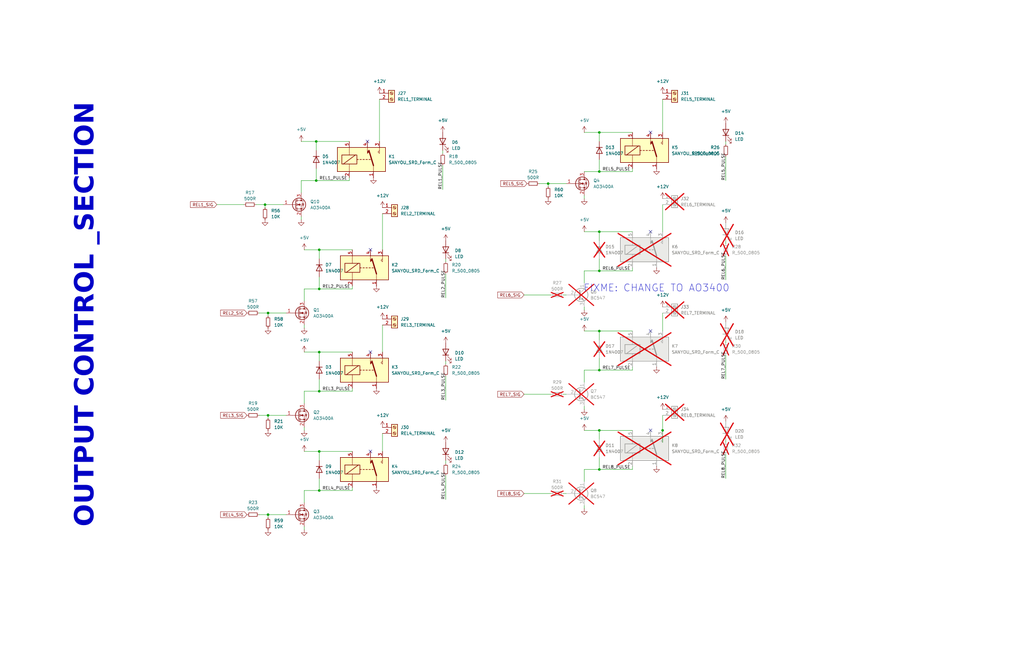
<source format=kicad_sch>
(kicad_sch (version 20250114) (generator "eeschema") (generator_version "9.0")
  (paper "B")
  (lib_symbols
    (symbol "Connector:Screw_Terminal_01x02" (pin_names (offset 1.016) (hide yes))
      (property "Reference" "J" (at 0 2.54 0))
      (property "Value" "Screw_Terminal_01x02" (at 0 -5.08 0))
      (symbol "Screw_Terminal_01x02_1_1"
        (rectangle (start -1.27 1.27) (end 1.27 -3.81) (stroke (width 0.254)) (fill (type background)))
        (polyline (pts (xy -0.5334 0.3302) (xy 0.3302 -0.508)) (stroke (width 0.1524)))
        (polyline (pts (xy -0.5334 -2.2098) (xy 0.3302 -3.048)) (stroke (width 0.1524)))
        (polyline (pts (xy -0.3556 0.508) (xy 0.508 -0.3302)) (stroke (width 0.1524)))
        (polyline (pts (xy -0.3556 -2.032) (xy 0.508 -2.8702)) (stroke (width 0.1524)))
        (circle (center 0 0) (radius 0.635) (stroke (width 0.1524)))
        (circle (center 0 -2.54) (radius 0.635) (stroke (width 0.1524)))
        (pin passive line (at -5.08 0 0) (length 3.81) (name "Pin_1") (number "1"))
        (pin passive line (at -5.08 -2.54 0) (length 3.81) (name "Pin_2") (number "2"))
      )
    )
    (symbol "Device:LED" (pin_numbers (hide yes)) (pin_names (offset 1.016) (hide yes))
      (property "Reference" "D" (at 0 2.54 0))
      (property "Value" "LED" (at 0 -2.54 0))
      (symbol "LED_0_1"
        (polyline (pts (xy -3.048 -0.762) (xy -4.572 -2.286) (xy -3.81 -2.286) (xy -4.572 -2.286) (xy -4.572 -1.524)))
        (polyline (pts (xy -1.778 -0.762) (xy -3.302 -2.286) (xy -2.54 -2.286) (xy -3.302 -2.286) (xy -3.302 -1.524)))
        (polyline (pts (xy -1.27 0) (xy 1.27 0)))
        (polyline (pts (xy -1.27 -1.27) (xy -1.27 1.27)) (stroke (width 0.254)))
        (polyline (pts (xy 1.27 -1.27) (xy 1.27 1.27) (xy -1.27 0) (xy 1.27 -1.27)) (stroke (width 0.254)))
      )
      (symbol "LED_1_1"
        (pin passive line (at -3.81 0 0) (length 2.54) (name "K") (number "1"))
        (pin passive line (at 3.81 0 180) (length 2.54) (name "A") (number "2"))
      )
    )
    (symbol "Device:R_Small" (pin_numbers (hide yes)) (pin_names (offset 0.254) (hide yes))
      (property "Reference" "R" (at 0.762 0.508 0))
      (property "Value" "R_Small" (at 0.762 -1.016 0))
      (symbol "R_Small_0_1"
        (rectangle (start -0.762 1.778) (end 0.762 -1.778) (stroke (width 0.2032)))
      )
      (symbol "R_Small_1_1"
        (pin passive line (at 0 2.54 270) (length 0.762) (name "~") (number "1"))
        (pin passive line (at 0 -2.54 90) (length 0.762) (name "~") (number "2"))
      )
    )
    (symbol "Diode:1N4007" (pin_numbers (hide yes)) (pin_names (hide yes))
      (property "Reference" "D" (at 0 2.54 0))
      (property "Value" "1N4007" (at 0 -2.54 0))
      (symbol "1N4007_0_1"
        (polyline (pts (xy -1.27 1.27) (xy -1.27 -1.27)) (stroke (width 0.254)))
        (polyline (pts (xy 1.27 1.27) (xy 1.27 -1.27) (xy -1.27 0) (xy 1.27 1.27)) (stroke (width 0.254)))
        (polyline (pts (xy 1.27 0) (xy -1.27 0)))
      )
      (symbol "1N4007_1_1"
        (pin passive line (at -3.81 0 0) (length 2.54) (name "K") (number "1"))
        (pin passive line (at 3.81 0 180) (length 2.54) (name "A") (number "2"))
      )
    )
    (symbol "Relay:SANYOU_SRD_Form_C"
      (property "Reference" "K" (at 11.43 3.81 0))
      (property "Value" "SANYOU_SRD_Form_C" (at 11.43 1.27 0))
      (symbol "SANYOU_SRD_Form_C_0_0"
        (polyline (pts (xy 7.62 5.08) (xy 7.62 2.54) (xy 6.985 3.175) (xy 7.62 3.81)))
      )
      (symbol "SANYOU_SRD_Form_C_0_1"
        (rectangle (start -10.16 5.08) (end 10.16 -5.08) (stroke (width 0.254)) (fill (type background)))
        (rectangle (start -8.255 1.905) (end -1.905 -1.905) (stroke (width 0.254)))
        (polyline (pts (xy -7.62 -1.905) (xy -2.54 1.905)) (stroke (width 0.254)))
        (polyline (pts (xy -5.08 5.08) (xy -5.08 1.905)))
        (polyline (pts (xy -5.08 -5.08) (xy -5.08 -1.905)))
        (polyline (pts (xy -1.905 0) (xy -1.27 0)) (stroke (width 0.254)))
        (polyline (pts (xy -0.635 0) (xy 0 0)) (stroke (width 0.254)))
        (polyline (pts (xy 0.635 0) (xy 1.27 0)) (stroke (width 0.254)))
        (polyline (pts (xy 1.905 0) (xy 2.54 0)) (stroke (width 0.254)))
        (polyline (pts (xy 3.175 0) (xy 3.81 0)) (stroke (width 0.254)))
        (polyline (pts (xy 5.08 -2.54) (xy 3.175 3.81)) (stroke (width 0.508)))
        (polyline (pts (xy 5.08 -2.54) (xy 5.08 -5.08)))
      )
      (symbol "SANYOU_SRD_Form_C_1_1"
        (polyline (pts (xy 2.54 3.81) (xy 3.175 3.175) (xy 2.54 2.54) (xy 2.54 5.08)) (fill (type outline)))
        (pin passive line (at -5.08 7.62 270) (length 2.54) (name "~") (number "5"))
        (pin passive line (at -5.08 -7.62 90) (length 2.54) (name "~") (number "2"))
        (pin passive line (at 2.54 7.62 270) (length 2.54) (name "~") (number "4"))
        (pin passive line (at 5.08 -7.62 90) (length 2.54) (name "~") (number "1"))
        (pin passive line (at 7.62 7.62 270) (length 2.54) (name "~") (number "3"))
      )
    )
    (symbol "Transistor_BJT:BC547" (pin_names (offset 0) (hide yes))
      (property "Reference" "Q" (at 5.08 1.905 0))
      (property "Value" "BC547" (at 5.08 0 0))
      (symbol "BC547_0_1"
        (polyline (pts (xy 0 0) (xy 0.635 0)))
        (polyline (pts (xy 0.635 1.905) (xy 0.635 -1.905) (xy 0.635 -1.905)) (stroke (width 0.508)))
        (polyline (pts (xy 0.635 0.635) (xy 2.54 2.54)))
        (polyline (pts (xy 0.635 -0.635) (xy 2.54 -2.54) (xy 2.54 -2.54)))
        (circle (center 1.27 0) (radius 2.8194) (stroke (width 0.254)))
        (polyline (pts (xy 1.27 -1.778) (xy 1.778 -1.27) (xy 2.286 -2.286) (xy 1.27 -1.778) (xy 1.27 -1.778)) (fill (type outline)))
      )
      (symbol "BC547_1_1"
        (pin input line (at -5.08 0 0) (length 5.08) (name "B") (number "2"))
        (pin passive line (at 2.54 5.08 270) (length 2.54) (name "C") (number "1"))
        (pin passive line (at 2.54 -5.08 90) (length 2.54) (name "E") (number "3"))
      )
    )
    (symbol "Transistor_FET:AO3400A" (pin_names (hide yes))
      (property "Reference" "Q" (at 5.08 1.905 0))
      (property "Value" "AO3400A" (at 5.08 0 0))
      (symbol "AO3400A_0_1"
        (polyline (pts (xy 0.254 1.905) (xy 0.254 -1.905)) (stroke (width 0.254)))
        (polyline (pts (xy 0.254 0) (xy -2.54 0)))
        (polyline (pts (xy 0.762 2.286) (xy 0.762 1.27)) (stroke (width 0.254)))
        (polyline (pts (xy 0.762 0.508) (xy 0.762 -0.508)) (stroke (width 0.254)))
        (polyline (pts (xy 0.762 -1.27) (xy 0.762 -2.286)) (stroke (width 0.254)))
        (polyline (pts (xy 0.762 -1.778) (xy 3.302 -1.778) (xy 3.302 1.778) (xy 0.762 1.778)))
        (polyline (pts (xy 1.016 0) (xy 2.032 0.381) (xy 2.032 -0.381) (xy 1.016 0)) (fill (type outline)))
        (circle (center 1.651 0) (radius 2.794) (stroke (width 0.254)))
        (polyline (pts (xy 2.54 2.54) (xy 2.54 1.778)))
        (circle (center 2.54 1.778) (radius 0.254) (fill (type outline)))
        (circle (center 2.54 -1.778) (radius 0.254) (fill (type outline)))
        (polyline (pts (xy 2.54 -2.54) (xy 2.54 0) (xy 0.762 0)))
        (polyline (pts (xy 2.794 0.508) (xy 2.921 0.381) (xy 3.683 0.381) (xy 3.81 0.254)))
        (polyline (pts (xy 3.302 0.381) (xy 2.921 -0.254) (xy 3.683 -0.254) (xy 3.302 0.381)))
      )
      (symbol "AO3400A_1_1"
        (pin input line (at -5.08 0 0) (length 2.54) (name "G") (number "1"))
        (pin passive line (at 2.54 5.08 270) (length 2.54) (name "D") (number "3"))
        (pin passive line (at 2.54 -5.08 90) (length 2.54) (name "S") (number "2"))
      )
    )
    (symbol "power:+12V" (power) (pin_numbers (hide yes)) (pin_names (offset 0) (hide yes))
      (property "Value" "+12V" (at 0 3.556 0))
      (symbol "+12V_0_1"
        (polyline (pts (xy -0.762 1.27) (xy 0 2.54)))
        (polyline (pts (xy 0 2.54) (xy 0.762 1.27)))
        (polyline (pts (xy 0 0) (xy 0 2.54)))
      )
      (symbol "+12V_1_1"
        (pin power_in line (at 0 0 90) (length 0) (name "~") (number "1"))
      )
    )
    (symbol "power:+5V" (power) (pin_numbers (hide yes)) (pin_names (offset 0) (hide yes))
      (property "Value" "+5V" (at 0 3.556 0))
      (symbol "+5V_0_1"
        (polyline (pts (xy -0.762 1.27) (xy 0 2.54)))
        (polyline (pts (xy 0 2.54) (xy 0.762 1.27)))
        (polyline (pts (xy 0 0) (xy 0 2.54)))
      )
      (symbol "+5V_1_1"
        (pin power_in line (at 0 0 90) (length 0) (name "~") (number "1"))
      )
    )
    (symbol "power:GND" (power) (pin_numbers (hide yes)) (pin_names (offset 0) (hide yes))
      (property "Value" "GND" (at 0 -3.81 0))
      (symbol "GND_0_1"
        (polyline (pts (xy 0 0) (xy 0 -1.27) (xy 1.27 -1.27) (xy 0 -2.54) (xy -1.27 -1.27) (xy 0 -1.27)))
      )
      (symbol "GND_1_1"
        (pin power_in line (at 0 0 270) (length 0) (name "~") (number "1"))
      )
    )
  )
  (text "FIXME: CHANGE TO AO3400\n" (at 276.86 121.666 0) (effects (font (size 3 3))))
  (text "OUTPUT CONTROL _SECTION" (at 38.1 132.842 90) (effects (font (size 8 8) (thickness 1.6) (bold yes))))
  (junction (at 252.73 72.39))
  (junction (at 113.03 175.26))
  (junction (at 133.35 59.69))
  (junction (at 133.35 76.2))
  (junction (at 252.73 198.12))
  (junction (at 252.73 139.7))
  (junction (at 252.73 156.21))
  (junction (at 113.03 132.08))
  (junction (at 134.62 207.01))
  (junction (at 134.62 148.59))
  (junction (at 113.03 217.17))
  (junction (at 134.62 105.41))
  (junction (at 134.62 190.5))
  (junction (at 252.73 114.3))
  (junction (at 111.76 86.36))
  (junction (at 252.73 181.61))
  (junction (at 134.62 121.92))
  (junction (at 252.73 55.88))
  (junction (at 134.62 165.1))
  (junction (at 279.4 181.61))
  (junction (at 252.73 97.79))
  (junction (at 231.14 77.47))
  (no_connect (at 274.32 181.61))
  (no_connect (at 154.94 59.69))
  (no_connect (at 156.21 190.5))
  (no_connect (at 274.32 139.7))
  (no_connect (at 156.21 105.41))
  (no_connect (at 274.32 55.88))
  (no_connect (at 274.32 97.79))
  (no_connect (at 156.21 148.59))
  (wire (pts (xy 306.07 186.69) (xy 306.07 185.42)))
  (wire (pts (xy 134.62 105.41) (xy 134.62 109.22)))
  (wire (pts (xy 306.07 160.02) (xy 306.07 149.86)))
  (wire (pts (xy 133.35 76.2) (xy 147.32 76.2)))
  (wire (pts (xy 133.35 59.69) (xy 133.35 63.5)))
  (wire (pts (xy 133.35 71.12) (xy 133.35 76.2)))
  (wire (pts (xy 160.02 41.91) (xy 160.02 59.69)))
  (wire (pts (xy 279.4 132.08) (xy 279.4 139.7)))
  (wire (pts (xy 127 59.69) (xy 133.35 59.69)))
  (wire (pts (xy 246.38 198.12) (xy 246.38 203.2)))
  (wire (pts (xy 128.27 121.92) (xy 134.62 121.92)))
  (wire (pts (xy 113.03 218.44) (xy 113.03 217.17)))
  (wire (pts (xy 187.96 210.82) (xy 187.96 200.66)))
  (wire (pts (xy 113.03 132.08) (xy 120.65 132.08)))
  (wire (pts (xy 186.69 80.01) (xy 186.69 69.85)))
  (wire (pts (xy 237.49 208.28) (xy 238.76 208.28)))
  (wire (pts (xy 252.73 55.88) (xy 252.73 59.69)))
  (wire (pts (xy 252.73 139.7) (xy 252.73 143.51)))
  (wire (pts (xy 128.27 165.1) (xy 128.27 170.18)))
  (wire (pts (xy 128.27 148.59) (xy 134.62 148.59)))
  (wire (pts (xy 187.96 125.73) (xy 187.96 115.57)))
  (wire (pts (xy 161.29 137.16) (xy 161.29 148.59)))
  (wire (pts (xy 113.03 175.26) (xy 120.65 175.26)))
  (wire (pts (xy 113.03 176.53) (xy 113.03 175.26)))
  (wire (pts (xy 187.96 153.67) (xy 187.96 152.4)))
  (wire (pts (xy 246.38 156.21) (xy 246.38 161.29)))
  (wire (pts (xy 148.59 190.5) (xy 134.62 190.5)))
  (wire (pts (xy 111.76 87.63) (xy 111.76 86.36)))
  (wire (pts (xy 161.29 90.17) (xy 161.29 105.41)))
  (wire (pts (xy 161.29 182.88) (xy 161.29 190.5)))
  (wire (pts (xy 231.14 77.47) (xy 238.76 77.47)))
  (wire (pts (xy 128.27 105.41) (xy 134.62 105.41)))
  (wire (pts (xy 186.69 64.77) (xy 186.69 63.5)))
  (wire (pts (xy 128.27 223.52) (xy 128.27 222.25)))
  (wire (pts (xy 134.62 121.92) (xy 148.59 121.92)))
  (wire (pts (xy 134.62 207.01) (xy 148.59 207.01)))
  (wire (pts (xy 134.62 116.84) (xy 134.62 121.92)))
  (wire (pts (xy 128.27 138.43) (xy 128.27 137.16)))
  (wire (pts (xy 128.27 190.5) (xy 134.62 190.5)))
  (wire (pts (xy 246.38 214.63) (xy 246.38 213.36)))
  (wire (pts (xy 128.27 207.01) (xy 134.62 207.01)))
  (wire (pts (xy 134.62 165.1) (xy 148.59 165.1)))
  (wire (pts (xy 109.22 132.08) (xy 113.03 132.08)))
  (wire (pts (xy 306.07 60.96) (xy 306.07 59.69)))
  (wire (pts (xy 113.03 217.17) (xy 120.65 217.17)))
  (wire (pts (xy 246.38 139.7) (xy 252.73 139.7)))
  (wire (pts (xy 246.38 156.21) (xy 252.73 156.21)))
  (wire (pts (xy 306.07 76.2) (xy 306.07 66.04)))
  (wire (pts (xy 227.33 77.47) (xy 231.14 77.47)))
  (wire (pts (xy 306.07 144.78) (xy 306.07 143.51)))
  (wire (pts (xy 279.4 175.26) (xy 279.4 181.61)))
  (wire (pts (xy 128.27 121.92) (xy 128.27 127)))
  (wire (pts (xy 252.73 198.12) (xy 266.7 198.12)))
  (wire (pts (xy 252.73 72.39) (xy 266.7 72.39)))
  (wire (pts (xy 246.38 55.88) (xy 252.73 55.88)))
  (wire (pts (xy 107.95 86.36) (xy 111.76 86.36)))
  (wire (pts (xy 306.07 201.93) (xy 306.07 191.77)))
  (wire (pts (xy 306.07 118.11) (xy 306.07 107.95)))
  (wire (pts (xy 134.62 201.93) (xy 134.62 207.01)))
  (wire (pts (xy 266.7 72.39) (xy 266.7 71.12)))
  (wire (pts (xy 128.27 165.1) (xy 134.62 165.1)))
  (wire (pts (xy 266.7 97.79) (xy 252.73 97.79)))
  (wire (pts (xy 148.59 207.01) (xy 148.59 205.74)))
  (wire (pts (xy 91.44 86.36) (xy 102.87 86.36)))
  (wire (pts (xy 266.7 198.12) (xy 266.7 196.85)))
  (wire (pts (xy 252.73 193.04) (xy 252.73 198.12)))
  (wire (pts (xy 266.7 139.7) (xy 252.73 139.7)))
  (wire (pts (xy 148.59 165.1) (xy 148.59 163.83)))
  (wire (pts (xy 187.96 168.91) (xy 187.96 158.75)))
  (wire (pts (xy 220.98 166.37) (xy 232.41 166.37)))
  (wire (pts (xy 252.73 151.13) (xy 252.73 156.21)))
  (wire (pts (xy 246.38 114.3) (xy 252.73 114.3)))
  (wire (pts (xy 127 92.71) (xy 127 91.44)))
  (wire (pts (xy 134.62 190.5) (xy 134.62 194.31)))
  (wire (pts (xy 237.49 166.37) (xy 238.76 166.37)))
  (wire (pts (xy 128.27 207.01) (xy 128.27 212.09)))
  (wire (pts (xy 237.49 124.46) (xy 238.76 124.46)))
  (wire (pts (xy 187.96 110.49) (xy 187.96 109.22)))
  (wire (pts (xy 252.73 109.22) (xy 252.73 114.3)))
  (wire (pts (xy 111.76 86.36) (xy 119.38 86.36)))
  (wire (pts (xy 148.59 121.92) (xy 148.59 120.65)))
  (wire (pts (xy 279.4 41.91) (xy 279.4 55.88)))
  (wire (pts (xy 220.98 124.46) (xy 232.41 124.46)))
  (wire (pts (xy 246.38 83.82) (xy 246.38 82.55)))
  (wire (pts (xy 246.38 198.12) (xy 252.73 198.12)))
  (wire (pts (xy 306.07 102.87) (xy 306.07 101.6)))
  (wire (pts (xy 113.03 133.35) (xy 113.03 132.08)))
  (wire (pts (xy 127 76.2) (xy 127 81.28)))
  (wire (pts (xy 134.62 160.02) (xy 134.62 165.1)))
  (wire (pts (xy 147.32 76.2) (xy 147.32 74.93)))
  (wire (pts (xy 109.22 217.17) (xy 113.03 217.17)))
  (wire (pts (xy 148.59 105.41) (xy 134.62 105.41)))
  (wire (pts (xy 266.7 114.3) (xy 266.7 113.03)))
  (wire (pts (xy 279.4 86.36) (xy 279.4 97.79)))
  (wire (pts (xy 252.73 114.3) (xy 266.7 114.3)))
  (wire (pts (xy 246.38 114.3) (xy 246.38 119.38)))
  (wire (pts (xy 246.38 72.39) (xy 252.73 72.39)))
  (wire (pts (xy 127 76.2) (xy 133.35 76.2)))
  (wire (pts (xy 266.7 156.21) (xy 266.7 154.94)))
  (wire (pts (xy 220.98 208.28) (xy 232.41 208.28)))
  (wire (pts (xy 187.96 195.58) (xy 187.96 194.31)))
  (wire (pts (xy 109.22 175.26) (xy 113.03 175.26)))
  (wire (pts (xy 134.62 148.59) (xy 134.62 152.4)))
  (wire (pts (xy 148.59 148.59) (xy 134.62 148.59)))
  (wire (pts (xy 252.73 67.31) (xy 252.73 72.39)))
  (wire (pts (xy 128.27 181.61) (xy 128.27 180.34)))
  (wire (pts (xy 231.14 78.74) (xy 231.14 77.47)))
  (wire (pts (xy 246.38 130.81) (xy 246.38 129.54)))
  (wire (pts (xy 266.7 181.61) (xy 252.73 181.61)))
  (wire (pts (xy 266.7 55.88) (xy 252.73 55.88)))
  (wire (pts (xy 147.32 59.69) (xy 133.35 59.69)))
  (wire (pts (xy 279.4 181.61) (xy 279.4 186.69)))
  (wire (pts (xy 252.73 97.79) (xy 252.73 101.6)))
  (wire (pts (xy 252.73 156.21) (xy 266.7 156.21)))
  (wire (pts (xy 246.38 97.79) (xy 252.73 97.79)))
  (wire (pts (xy 252.73 181.61) (xy 252.73 185.42)))
  (wire (pts (xy 246.38 172.72) (xy 246.38 171.45)))
  (wire (pts (xy 246.38 181.61) (xy 252.73 181.61)))
  (label "REL4_PULSE" (at 135.89 207.01 0))
  (label "REL3_PULSE" (at 187.96 168.91 90))
  (label "REL8_PULSE" (at 254 198.12 0))
  (label "REL7_PULSE" (at 254 156.21 0))
  (label "REL8_PULSE" (at 306.07 201.93 90))
  (label "REL3_PULSE" (at 135.89 165.1 0))
  (label "REL2_PULSE" (at 135.89 121.92 0))
  (label "REL2_PULSE" (at 187.96 125.73 90))
  (label "REL5_PULSE" (at 254 72.39 0))
  (label "REL1_PULSE" (at 186.69 80.01 90))
  (label "REL7_PULSE" (at 306.07 160.02 90))
  (label "REL6_PULSE" (at 254 114.3 0))
  (label "REL1_PULSE" (at 134.62 76.2 0))
  (label "REL5_PULSE" (at 306.07 76.2 90))
  (label "REL4_PULSE" (at 187.96 210.82 90))
  (label "REL6_PULSE" (at 306.07 118.11 90))
  (global_label "REL4_SIG" (shape input) (at 104.14 217.17 180) (property "Intersheetrefs" "${INTERSHEET_REFS}" (effects (hide yes))))
  (global_label "REL2_SIG" (shape input) (at 104.14 132.08 180) (property "Intersheetrefs" "${INTERSHEET_REFS}" (effects (hide yes))))
  (global_label "REL5_SIG" (shape input) (at 222.25 77.47 180) (property "Intersheetrefs" "${INTERSHEET_REFS}" (effects (hide yes))))
  (global_label "REL6_SIG" (shape input) (at 220.98 124.46 180) (property "Intersheetrefs" "${INTERSHEET_REFS}" (effects (hide yes))))
  (global_label "REL8_SIG" (shape input) (at 220.98 208.28 180) (property "Intersheetrefs" "${INTERSHEET_REFS}" (effects (hide yes))))
  (global_label "REL1_SIG" (shape input) (at 91.44 86.36 180) (property "Intersheetrefs" "${INTERSHEET_REFS}" (effects (hide yes))))
  (global_label "REL3_SIG" (shape input) (at 104.14 175.26 180) (property "Intersheetrefs" "${INTERSHEET_REFS}" (effects (hide yes))))
  (global_label "REL7_SIG" (shape input) (at 220.98 166.37 180) (property "Intersheetrefs" "${INTERSHEET_REFS}" (effects (hide yes))))
  (symbol (lib_id "Device:R_Small") (at 111.76 90.17 180) (unit 1)
    (property "Reference" "R56" (at 114.3 88.9 0) (effects (justify right)))
    (property "Value" "10K" (at 114.3 91.44 0) (effects (justify right)))
    (property "Footprint" "Resistor_SMD:R_0805_2012Metric" (effects (hide yes)))
    (property "Description" "Resistor, small symbol" (effects (hide yes)))
    (property "LCSC Part#" "C84376" (effects (hide yes)))
  )
  (symbol (lib_id "Connector:Screw_Terminal_01x02") (at 284.48 83.82 0) (unit 1) (in_bom no) (on_board no) (dnp yes)
    (property "Reference" "J32" (at 287.02 83.82 0) (effects (justify left)))
    (property "Value" "REL6_TERMINAL" (at 287.02 86.36 0) (effects (justify left)))
    (property "Footprint" "TerminalBlock:TerminalBlock_bornier-2_P5.08mm" (effects (hide yes)))
    (property "Description" "Generic screw terminal, single row, 01x02, script generated (kicad-library-utils/schlib/autogen/connector/)" (effects (hide yes)))
    (property "LCSC Part#" "C430601" (effects (hide yes)))
  )
  (symbol (lib_id "power:+5V") (at 246.38 139.7 0) (unit 1)
    (property "Reference" "#PWR070" (effects (hide yes)))
    (property "Value" "+5V" (at 246.38 134.62 0))
    (property "Description" "Power symbol creates a global label with name \"+5V\"" (effects (hide yes)))
  )
  (symbol (lib_id "Transistor_FET:AO3400A") (at 124.46 86.36 0) (unit 1)
    (property "Reference" "Q10" (at 130.81 85.09 0) (effects (justify left)))
    (property "Value" "AO3400A" (at 130.81 87.63 0) (effects (justify left)))
    (property "Footprint" "Package_TO_SOT_SMD:SOT-23" (effects (hide yes)))
    (property "Datasheet" "http://www.aosmd.com/pdfs/datasheet/AO3400A.pdf" (effects (hide yes)))
    (property "Description" "30V Vds, 5.7A Id, N-Channel MOSFET, SOT-23" (effects (hide yes)))
    (property "LCSC Part#" "C20917" (effects (hide yes)))
  )
  (symbol (lib_id "power:GND") (at 113.03 181.61 0) (unit 1)
    (property "Reference" "#PWR051" (effects (hide yes)))
    (property "Value" "GND" (effects (hide yes)))
    (property "Description" "Power symbol creates a global label with name \"GND\" , ground" (effects (hide yes)))
  )
  (symbol (lib_id "power:+5V") (at 306.07 52.07 0) (unit 1)
    (property "Reference" "#PWR065" (effects (hide yes)))
    (property "Value" "+5V" (at 306.07 46.99 0))
    (property "Description" "Power symbol creates a global label with name \"+5V\"" (effects (hide yes)))
  )
  (symbol (lib_id "power:+5V") (at 187.96 101.6 0) (unit 1)
    (property "Reference" "#PWR053" (effects (hide yes)))
    (property "Value" "+5V" (at 187.96 96.52 0))
    (property "Description" "Power symbol creates a global label with name \"+5V\"" (effects (hide yes)))
  )
  (symbol (lib_id "power:GND") (at 158.75 163.83 0) (unit 1)
    (property "Reference" "#PWR056" (effects (hide yes)))
    (property "Value" "GND" (effects (hide yes)))
    (property "Description" "Power symbol creates a global label with name \"GND\" , ground" (effects (hide yes)))
  )
  (symbol (lib_id "Device:R_Small") (at 105.41 86.36 90) (unit 1)
    (property "Reference" "R17" (at 105.41 81.28 90))
    (property "Value" "500R" (at 105.41 83.82 90))
    (property "Footprint" "Resistor_SMD:R_0805_2012Metric" (effects (hide yes)))
    (property "Description" "Resistor, small symbol" (effects (hide yes)))
    (property "LCSC Part#" "C2828857" (effects (hide yes)))
  )
  (symbol (lib_id "Device:R_Small") (at 113.03 220.98 180) (unit 1)
    (property "Reference" "R59" (at 115.57 219.71 0) (effects (justify right)))
    (property "Value" "10K" (at 115.57 222.25 0) (effects (justify right)))
    (property "Footprint" "Resistor_SMD:R_0805_2012Metric" (effects (hide yes)))
    (property "Description" "Resistor, small symbol" (effects (hide yes)))
    (property "LCSC Part#" "C84376" (effects (hide yes)))
  )
  (symbol (lib_id "Transistor_BJT:BC547") (at 243.84 166.37 0) (unit 1) (in_bom no) (on_board no) (dnp yes)
    (property "Reference" "Q7" (at 248.92 165.1 0) (effects (justify left)))
    (property "Value" "BC547" (at 248.92 167.64 0) (effects (justify left)))
    (property "Footprint" "Package_TO_SOT_THT:TO-92_Inline" (effects (hide yes)))
    (property "Datasheet" "https://www.onsemi.com/pub/Collateral/BC550-D.pdf" (effects (hide yes)))
    (property "Description" "0.1A Ic, 45V Vce, Small Signal NPN Transistor, TO-92" (effects (hide yes)))
  )
  (symbol (lib_id "power:+12V") (at 279.4 129.54 0) (unit 1)
    (property "Reference" "#PWR0181" (effects (hide yes)))
    (property "Value" "+12V" (at 279.4 124.46 0))
    (property "Description" "Power symbol creates a global label with name \"+12V\"" (effects (hide yes)))
  )
  (symbol (lib_id "Connector:Screw_Terminal_01x02") (at 284.48 129.54 0) (unit 1) (in_bom no) (on_board no) (dnp yes)
    (property "Reference" "J33" (at 287.02 129.54 0) (effects (justify left)))
    (property "Value" "REL7_TERMINAL" (at 287.02 132.08 0) (effects (justify left)))
    (property "Footprint" "TerminalBlock:TerminalBlock_bornier-2_P5.08mm" (effects (hide yes)))
    (property "Description" "Generic screw terminal, single row, 01x02, script generated (kicad-library-utils/schlib/autogen/connector/)" (effects (hide yes)))
    (property "LCSC Part#" "C430601" (effects (hide yes)))
  )
  (symbol (lib_id "power:+12V") (at 279.4 172.72 0) (unit 1)
    (property "Reference" "#PWR0182" (effects (hide yes)))
    (property "Value" "+12V" (at 279.4 167.64 0))
    (property "Description" "Power symbol creates a global label with name \"+12V\"" (effects (hide yes)))
  )
  (symbol (lib_id "Device:R_Small") (at 106.68 175.26 90) (unit 1)
    (property "Reference" "R19" (at 106.68 170.18 90))
    (property "Value" "500R" (at 106.68 172.72 90))
    (property "Footprint" "Resistor_SMD:R_0805_2012Metric" (effects (hide yes)))
    (property "Description" "Resistor, small symbol" (effects (hide yes)))
    (property "LCSC Part#" "C2828857" (effects (hide yes)))
  )
  (symbol (lib_id "Device:R_Small") (at 234.95 166.37 90) (unit 1) (in_bom no) (on_board no) (dnp yes)
    (property "Reference" "R29" (at 234.95 161.29 90))
    (property "Value" "500R" (at 234.95 163.83 90))
    (property "Footprint" "Resistor_SMD:R_0805_2012Metric" (effects (hide yes)))
    (property "Description" "Resistor, small symbol" (effects (hide yes)))
    (property "LCSC Part#" "C2828857" (effects (hide yes)))
  )
  (symbol (lib_id "Device:R_Small") (at 187.96 198.12 180) (unit 1)
    (property "Reference" "R24" (at 190.5 196.85 0) (effects (justify right)))
    (property "Value" "R_500_0805" (at 190.5 199.39 0) (effects (justify right)))
    (property "Footprint" "Resistor_SMD:R_0805_2012Metric" (effects (hide yes)))
    (property "Description" "Resistor, small symbol" (effects (hide yes)))
    (property "LCSC Part#" "C2828857" (effects (hide yes)))
  )
  (symbol (lib_id "Device:R_Small") (at 186.69 67.31 180) (unit 1)
    (property "Reference" "R18" (at 189.23 66.04 0) (effects (justify right)))
    (property "Value" "R_500_0805" (at 189.23 68.58 0) (effects (justify right)))
    (property "Footprint" "Resistor_SMD:R_0805_2012Metric" (effects (hide yes)))
    (property "Description" "Resistor, small symbol" (effects (hide yes)))
    (property "LCSC Part#" "C2828857" (effects (hide yes)))
  )
  (symbol (lib_id "power:GND") (at 246.38 214.63 0) (unit 1)
    (property "Reference" "#PWR075" (effects (hide yes)))
    (property "Value" "GND" (effects (hide yes)))
    (property "Description" "Power symbol creates a global label with name \"GND\" , ground" (effects (hide yes)))
  )
  (symbol (lib_id "Connector:Screw_Terminal_01x02") (at 166.37 87.63 0) (unit 1)
    (property "Reference" "J28" (at 168.91 87.63 0) (effects (justify left)))
    (property "Value" "REL2_TERMINAL" (at 168.91 90.17 0) (effects (justify left)))
    (property "Footprint" "TerminalBlock:TerminalBlock_bornier-2_P5.08mm" (effects (hide yes)))
    (property "Description" "Generic screw terminal, single row, 01x02, script generated (kicad-library-utils/schlib/autogen/connector/)" (effects (hide yes)))
    (property "LCSC Part#" "C430601" (effects (hide yes)))
  )
  (symbol (lib_id "Diode:1N4007") (at 134.62 113.03 270) (unit 1)
    (property "Reference" "D7" (at 137.16 111.76 90) (effects (justify left)))
    (property "Value" "1N4007" (at 137.16 114.3 90) (effects (justify left)))
    (property "Footprint" "Diode_SMD:D_2114_3652Metric" (effects (hide yes)))
    (property "Datasheet" "http://www.vishay.com/docs/88503/1n4001.pdf" (effects (hide yes)))
    (property "Description" "1000V 1A General Purpose Rectifier Diode, DO-41" (effects (hide yes)))
    (property "Sim.Device" "D" (effects (hide yes)))
    (property "Sim.Pins" "1=K 2=A" (effects (hide yes)))
    (property "LCSC Part#" "C727079" (effects (hide yes)))
  )
  (symbol (lib_id "Relay:SANYOU_SRD_Form_C") (at 153.67 113.03 0) (unit 1)
    (property "Reference" "K2" (at 165.1 111.76 0) (effects (justify left)))
    (property "Value" "SANYOU_SRD_Form_C" (at 165.1 114.3 0) (effects (justify left)))
    (property "Footprint" "Relay_THT:Relay_SPDT_SANYOU_SRD_Series_Form_C" (effects (hide yes)))
    (property "Datasheet" "http://www.sanyourelay.ca/public/products/pdf/SRD.pdf" (effects (hide yes)))
    (property "Description" "Sanyo SRD relay, Single Pole Miniature Power Relay," (effects (hide yes)))
  )
  (symbol (lib_id "Diode:1N4007") (at 134.62 198.12 270) (unit 1)
    (property "Reference" "D9" (at 137.16 196.85 90) (effects (justify left)))
    (property "Value" "1N4007" (at 137.16 199.39 90) (effects (justify left)))
    (property "Footprint" "Diode_SMD:D_2114_3652Metric" (effects (hide yes)))
    (property "Datasheet" "http://www.vishay.com/docs/88503/1n4001.pdf" (effects (hide yes)))
    (property "Description" "1000V 1A General Purpose Rectifier Diode, DO-41" (effects (hide yes)))
    (property "Sim.Device" "D" (effects (hide yes)))
    (property "Sim.Pins" "1=K 2=A" (effects (hide yes)))
    (property "LCSC Part#" "C727079" (effects (hide yes)))
  )
  (symbol (lib_id "power:GND") (at 246.38 130.81 0) (unit 1)
    (property "Reference" "#PWR067" (effects (hide yes)))
    (property "Value" "GND" (effects (hide yes)))
    (property "Description" "Power symbol creates a global label with name \"GND\" , ground" (effects (hide yes)))
  )
  (symbol (lib_id "Device:R_Small") (at 106.68 217.17 90) (unit 1)
    (property "Reference" "R23" (at 106.68 212.09 90))
    (property "Value" "500R" (at 106.68 214.63 90))
    (property "Footprint" "Resistor_SMD:R_0805_2012Metric" (effects (hide yes)))
    (property "Description" "Resistor, small symbol" (effects (hide yes)))
    (property "LCSC Part#" "C2828857" (effects (hide yes)))
  )
  (symbol (lib_id "power:GND") (at 276.86 71.12 0) (unit 1)
    (property "Reference" "#PWR0179" (effects (hide yes)))
    (property "Value" "GND" (effects (hide yes)))
    (property "Description" "Power symbol creates a global label with name \"GND\" , ground" (effects (hide yes)))
  )
  (symbol (lib_id "power:GND") (at 113.03 138.43 0) (unit 1)
    (property "Reference" "#PWR0185" (effects (hide yes)))
    (property "Value" "GND" (effects (hide yes)))
    (property "Description" "Power symbol creates a global label with name \"GND\" , ground" (effects (hide yes)))
  )
  (symbol (lib_id "Transistor_BJT:BC547") (at 243.84 208.28 0) (unit 1) (in_bom no) (on_board no) (dnp yes)
    (property "Reference" "Q8" (at 248.92 207.01 0) (effects (justify left)))
    (property "Value" "BC547" (at 248.92 209.55 0) (effects (justify left)))
    (property "Footprint" "Package_TO_SOT_THT:TO-92_Inline" (effects (hide yes)))
    (property "Datasheet" "https://www.onsemi.com/pub/Collateral/BC550-D.pdf" (effects (hide yes)))
    (property "Description" "0.1A Ic, 45V Vce, Small Signal NPN Transistor, TO-92" (effects (hide yes)))
  )
  (symbol (lib_id "power:GND") (at 128.27 138.43 0) (unit 1)
    (property "Reference" "#PWR0186" (effects (hide yes)))
    (property "Value" "GND" (effects (hide yes)))
    (property "Description" "Power symbol creates a global label with name \"GND\" , ground" (effects (hide yes)))
  )
  (symbol (lib_id "power:+12V") (at 161.29 87.63 0) (unit 1)
    (property "Reference" "#PWR052" (effects (hide yes)))
    (property "Value" "+12V" (at 161.29 82.55 0))
    (property "Description" "Power symbol creates a global label with name \"+12V\"" (effects (hide yes)))
  )
  (symbol (lib_id "power:GND") (at 113.03 223.52 0) (unit 1)
    (property "Reference" "#PWR055" (effects (hide yes)))
    (property "Value" "GND" (effects (hide yes)))
    (property "Description" "Power symbol creates a global label with name \"GND\" , ground" (effects (hide yes)))
  )
  (symbol (lib_id "Transistor_FET:AO3400A") (at 243.84 77.47 0) (unit 1)
    (property "Reference" "Q4" (at 250.19 76.2 0) (effects (justify left)))
    (property "Value" "AO3400A" (at 250.19 78.74 0) (effects (justify left)))
    (property "Footprint" "Package_TO_SOT_SMD:SOT-23" (effects (hide yes)))
    (property "Datasheet" "http://www.aosmd.com/pdfs/datasheet/AO3400A.pdf" (effects (hide yes)))
    (property "Description" "30V Vds, 5.7A Id, N-Channel MOSFET, SOT-23" (effects (hide yes)))
    (property "LCSC Part#" "C20917" (effects (hide yes)))
  )
  (symbol (lib_id "Connector:Screw_Terminal_01x02") (at 166.37 180.34 0) (unit 1)
    (property "Reference" "J30" (at 168.91 180.34 0) (effects (justify left)))
    (property "Value" "REL4_TERMINAL" (at 168.91 182.88 0) (effects (justify left)))
    (property "Footprint" "TerminalBlock:TerminalBlock_bornier-2_P5.08mm" (effects (hide yes)))
    (property "Description" "Generic screw terminal, single row, 01x02, script generated (kicad-library-utils/schlib/autogen/connector/)" (effects (hide yes)))
    (property "LCSC Part#" "C430601" (effects (hide yes)))
  )
  (symbol (lib_id "Device:R_Small") (at 306.07 105.41 180) (unit 1) (in_bom no) (on_board no) (dnp yes)
    (property "Reference" "R28" (at 308.61 104.14 0) (effects (justify right)))
    (property "Value" "R_500_0805" (at 308.61 106.68 0) (effects (justify right)))
    (property "Footprint" "Resistor_SMD:R_0805_2012Metric" (effects (hide yes)))
    (property "Description" "Resistor, small symbol" (effects (hide yes)))
    (property "LCSC Part#" "C2828857" (effects (hide yes)))
  )
  (symbol (lib_id "Device:R_Small") (at 234.95 124.46 90) (unit 1) (in_bom no) (on_board no) (dnp yes)
    (property "Reference" "R27" (at 234.95 119.38 90))
    (property "Value" "500R" (at 234.95 121.92 90))
    (property "Footprint" "Resistor_SMD:R_0805_2012Metric" (effects (hide yes)))
    (property "Description" "Resistor, small symbol" (effects (hide yes)))
    (property "LCSC Part#" "C2828857" (effects (hide yes)))
  )
  (symbol (lib_id "Device:R_Small") (at 113.03 179.07 180) (unit 1)
    (property "Reference" "R21" (at 115.57 177.8 0) (effects (justify right)))
    (property "Value" "10K" (at 115.57 180.34 0) (effects (justify right)))
    (property "Footprint" "Resistor_SMD:R_0805_2012Metric" (effects (hide yes)))
    (property "Description" "Resistor, small symbol" (effects (hide yes)))
    (property "LCSC Part#" "C84376" (effects (hide yes)))
  )
  (symbol (lib_id "Connector:Screw_Terminal_01x02") (at 165.1 39.37 0) (unit 1)
    (property "Reference" "J27" (at 167.64 39.37 0) (effects (justify left)))
    (property "Value" "REL1_TERMINAL" (at 167.64 41.91 0) (effects (justify left)))
    (property "Footprint" "TerminalBlock:TerminalBlock_bornier-2_P5.08mm" (effects (hide yes)))
    (property "Description" "Generic screw terminal, single row, 01x02, script generated (kicad-library-utils/schlib/autogen/connector/)" (effects (hide yes)))
    (property "LCSC Part#" "C430601" (effects (hide yes)))
  )
  (symbol (lib_id "Device:LED") (at 306.07 139.7 90) (unit 1) (in_bom no) (on_board no) (dnp yes)
    (property "Reference" "D18" (at 309.88 140.0175 90) (effects (justify right)))
    (property "Value" "LED" (at 309.88 142.5575 90) (effects (justify right)))
    (property "Footprint" "LED_SMD:LED_0603_1608Metric" (effects (hide yes)))
    (property "Description" "Light emitting diode" (effects (hide yes)))
    (property "LCSC Part#" "C19171301" (effects (hide yes)))
  )
  (symbol (lib_id "power:+5V") (at 127 59.69 0) (unit 1)
    (property "Reference" "#PWR047" (effects (hide yes)))
    (property "Value" "+5V" (at 127 54.61 0))
    (property "Description" "Power symbol creates a global label with name \"+5V\"" (effects (hide yes)))
  )
  (symbol (lib_id "power:+12V") (at 279.4 83.82 0) (unit 1)
    (property "Reference" "#PWR0180" (effects (hide yes)))
    (property "Value" "+12V" (at 279.4 78.74 0))
    (property "Description" "Power symbol creates a global label with name \"+12V\"" (effects (hide yes)))
  )
  (symbol (lib_id "Device:R_Small") (at 113.03 135.89 180) (unit 1)
    (property "Reference" "R58" (at 115.57 134.62 0) (effects (justify right)))
    (property "Value" "10K" (at 115.57 137.16 0) (effects (justify right)))
    (property "Footprint" "Resistor_SMD:R_0805_2012Metric" (effects (hide yes)))
    (property "Description" "Resistor, small symbol" (effects (hide yes)))
    (property "LCSC Part#" "C84376" (effects (hide yes)))
  )
  (symbol (lib_id "power:+5V") (at 246.38 55.88 0) (unit 1)
    (property "Reference" "#PWR062" (effects (hide yes)))
    (property "Value" "+5V" (at 246.38 50.8 0))
    (property "Description" "Power symbol creates a global label with name \"+5V\"" (effects (hide yes)))
  )
  (symbol (lib_id "Device:LED") (at 186.69 59.69 90) (unit 1)
    (property "Reference" "D6" (at 190.5 60.0075 90) (effects (justify right)))
    (property "Value" "LED" (at 190.5 62.5475 90) (effects (justify right)))
    (property "Footprint" "LED_SMD:LED_0603_1608Metric" (effects (hide yes)))
    (property "Description" "Light emitting diode" (effects (hide yes)))
    (property "LCSC Part#" "C19171301" (effects (hide yes)))
  )
  (symbol (lib_id "Device:R_Small") (at 234.95 208.28 90) (unit 1) (in_bom no) (on_board no) (dnp yes)
    (property "Reference" "R31" (at 234.95 203.2 90))
    (property "Value" "500R" (at 234.95 205.74 90))
    (property "Footprint" "Resistor_SMD:R_0805_2012Metric" (effects (hide yes)))
    (property "Description" "Resistor, small symbol" (effects (hide yes)))
    (property "LCSC Part#" "C2828857" (effects (hide yes)))
  )
  (symbol (lib_id "Transistor_BJT:BC547") (at 243.84 124.46 0) (unit 1) (in_bom no) (on_board no) (dnp yes)
    (property "Reference" "Q6" (at 248.92 123.19 0) (effects (justify left)))
    (property "Value" "BC547" (at 248.92 125.73 0) (effects (justify left)))
    (property "Footprint" "Package_TO_SOT_THT:TO-92_Inline" (effects (hide yes)))
    (property "Datasheet" "https://www.onsemi.com/pub/Collateral/BC550-D.pdf" (effects (hide yes)))
    (property "Description" "0.1A Ic, 45V Vce, Small Signal NPN Transistor, TO-92" (effects (hide yes)))
  )
  (symbol (lib_id "Transistor_FET:AO3400A") (at 125.73 175.26 0) (unit 1)
    (property "Reference" "Q2" (at 132.08 173.99 0) (effects (justify left)))
    (property "Value" "AO3400A" (at 132.08 176.53 0) (effects (justify left)))
    (property "Footprint" "Package_TO_SOT_SMD:SOT-23" (effects (hide yes)))
    (property "Datasheet" "http://www.aosmd.com/pdfs/datasheet/AO3400A.pdf" (effects (hide yes)))
    (property "Description" "30V Vds, 5.7A Id, N-Channel MOSFET, SOT-23" (effects (hide yes)))
    (property "LCSC Part#" "C20917" (effects (hide yes)))
  )
  (symbol (lib_id "power:GND") (at 128.27 223.52 0) (unit 1)
    (property "Reference" "#PWR059" (effects (hide yes)))
    (property "Value" "GND" (effects (hide yes)))
    (property "Description" "Power symbol creates a global label with name \"GND\" , ground" (effects (hide yes)))
  )
  (symbol (lib_id "Diode:1N4007") (at 134.62 156.21 270) (unit 1)
    (property "Reference" "D3" (at 137.16 154.94 90) (effects (justify left)))
    (property "Value" "1N4007" (at 137.16 157.48 90) (effects (justify left)))
    (property "Footprint" "Diode_SMD:D_2114_3652Metric" (effects (hide yes)))
    (property "Datasheet" "http://www.vishay.com/docs/88503/1n4001.pdf" (effects (hide yes)))
    (property "Description" "1000V 1A General Purpose Rectifier Diode, DO-41" (effects (hide yes)))
    (property "Sim.Device" "D" (effects (hide yes)))
    (property "Sim.Pins" "1=K 2=A" (effects (hide yes)))
    (property "LCSC Part#" "C727079" (effects (hide yes)))
  )
  (symbol (lib_id "power:GND") (at 128.27 181.61 0) (unit 1)
    (property "Reference" "#PWR0187" (effects (hide yes)))
    (property "Value" "GND" (effects (hide yes)))
    (property "Description" "Power symbol creates a global label with name \"GND\" , ground" (effects (hide yes)))
  )
  (symbol (lib_id "Device:R_Small") (at 187.96 113.03 180) (unit 1)
    (property "Reference" "R20" (at 190.5 111.76 0) (effects (justify right)))
    (property "Value" "R_500_0805" (at 190.5 114.3 0) (effects (justify right)))
    (property "Footprint" "Resistor_SMD:R_0805_2012Metric" (effects (hide yes)))
    (property "Description" "Resistor, small symbol" (effects (hide yes)))
    (property "LCSC Part#" "C2828857" (effects (hide yes)))
  )
  (symbol (lib_id "power:+5V") (at 186.69 55.88 0) (unit 1)
    (property "Reference" "#PWR049" (effects (hide yes)))
    (property "Value" "+5V" (at 186.69 50.8 0))
    (property "Description" "Power symbol creates a global label with name \"+5V\"" (effects (hide yes)))
  )
  (symbol (lib_id "power:GND") (at 276.86 196.85 0) (unit 1)
    (property "Reference" "#PWR076" (effects (hide yes)))
    (property "Value" "GND" (effects (hide yes)))
    (property "Description" "Power symbol creates a global label with name \"GND\" , ground" (effects (hide yes)))
  )
  (symbol (lib_id "power:GND") (at 231.14 83.82 0) (unit 1)
    (property "Reference" "#PWR063" (effects (hide yes)))
    (property "Value" "GND" (effects (hide yes)))
    (property "Description" "Power symbol creates a global label with name \"GND\" , ground" (effects (hide yes)))
  )
  (symbol (lib_id "Relay:SANYOU_SRD_Form_C") (at 152.4 67.31 0) (unit 1)
    (property "Reference" "K1" (at 163.83 66.04 0) (effects (justify left)))
    (property "Value" "SANYOU_SRD_Form_C" (at 163.83 68.58 0) (effects (justify left)))
    (property "Footprint" "Relay_THT:Relay_SPDT_SANYOU_SRD_Series_Form_C" (effects (hide yes)))
    (property "Datasheet" "http://www.sanyourelay.ca/public/products/pdf/SRD.pdf" (effects (hide yes)))
    (property "Description" "Sanyo SRD relay, Single Pole Miniature Power Relay," (effects (hide yes)))
  )
  (symbol (lib_id "Diode:1N4007") (at 252.73 189.23 270) (unit 1) (in_bom no) (on_board no) (dnp yes)
    (property "Reference" "D11" (at 255.27 187.96 90) (effects (justify left)))
    (property "Value" "1N4007" (at 255.27 190.5 90) (effects (justify left)))
    (property "Footprint" "Diode_SMD:D_2114_3652Metric" (effects (hide yes)))
    (property "Datasheet" "http://www.vishay.com/docs/88503/1n4001.pdf" (effects (hide yes)))
    (property "Description" "1000V 1A General Purpose Rectifier Diode, DO-41" (effects (hide yes)))
    (property "Sim.Device" "D" (effects (hide yes)))
    (property "Sim.Pins" "1=K 2=A" (effects (hide yes)))
    (property "LCSC Part#" "C727079" (effects (hide yes)))
  )
  (symbol (lib_id "power:+12V") (at 160.02 39.37 0) (unit 1)
    (property "Reference" "#PWR048" (effects (hide yes)))
    (property "Value" "+12V" (at 160.02 34.29 0))
    (property "Description" "Power symbol creates a global label with name \"+12V\"" (effects (hide yes)))
  )
  (symbol (lib_id "Transistor_FET:AO3400A") (at 125.73 217.17 0) (unit 1)
    (property "Reference" "Q3" (at 132.08 215.9 0) (effects (justify left)))
    (property "Value" "AO3400A" (at 132.08 218.44 0) (effects (justify left)))
    (property "Footprint" "Package_TO_SOT_SMD:SOT-23" (effects (hide yes)))
    (property "Datasheet" "http://www.aosmd.com/pdfs/datasheet/AO3400A.pdf" (effects (hide yes)))
    (property "Description" "30V Vds, 5.7A Id, N-Channel MOSFET, SOT-23" (effects (hide yes)))
    (property "LCSC Part#" "C20917" (effects (hide yes)))
  )
  (symbol (lib_id "Relay:SANYOU_SRD_Form_C") (at 153.67 156.21 0) (unit 1)
    (property "Reference" "K3" (at 165.1 154.94 0) (effects (justify left)))
    (property "Value" "SANYOU_SRD_Form_C" (at 165.1 157.48 0) (effects (justify left)))
    (property "Footprint" "Relay_THT:Relay_SPDT_SANYOU_SRD_Series_Form_C" (effects (hide yes)))
    (property "Datasheet" "http://www.sanyourelay.ca/public/products/pdf/SRD.pdf" (effects (hide yes)))
    (property "Description" "Sanyo SRD relay, Single Pole Miniature Power Relay," (effects (hide yes)))
  )
  (symbol (lib_id "Relay:SANYOU_SRD_Form_C") (at 271.78 105.41 0) (unit 1) (in_bom no) (on_board no) (dnp yes)
    (property "Reference" "K6" (at 283.21 104.14 0) (effects (justify left)))
    (property "Value" "SANYOU_SRD_Form_C" (at 283.21 106.68 0) (effects (justify left)))
    (property "Footprint" "Relay_THT:Relay_SPDT_SANYOU_SRD_Series_Form_C" (effects (hide yes)))
    (property "Datasheet" "http://www.sanyourelay.ca/public/products/pdf/SRD.pdf" (effects (hide yes)))
    (property "Description" "Sanyo SRD relay, Single Pole Miniature Power Relay," (effects (hide yes)))
  )
  (symbol (lib_id "Diode:1N4007") (at 252.73 63.5 270) (unit 1)
    (property "Reference" "D13" (at 255.27 62.23 90) (effects (justify left)))
    (property "Value" "1N4007" (at 255.27 64.77 90) (effects (justify left)))
    (property "Footprint" "Diode_SMD:D_2114_3652Metric" (effects (hide yes)))
    (property "Datasheet" "http://www.vishay.com/docs/88503/1n4001.pdf" (effects (hide yes)))
    (property "Description" "1000V 1A General Purpose Rectifier Diode, DO-41" (effects (hide yes)))
    (property "Sim.Device" "D" (effects (hide yes)))
    (property "Sim.Pins" "1=K 2=A" (effects (hide yes)))
    (property "LCSC Part#" "C727079" (effects (hide yes)))
  )
  (symbol (lib_id "Diode:1N4007") (at 252.73 147.32 270) (unit 1) (in_bom no) (on_board no) (dnp yes)
    (property "Reference" "D17" (at 255.27 146.05 90) (effects (justify left)))
    (property "Value" "1N4007" (at 255.27 148.59 90) (effects (justify left)))
    (property "Footprint" "Diode_SMD:D_2114_3652Metric" (effects (hide yes)))
    (property "Datasheet" "http://www.vishay.com/docs/88503/1n4001.pdf" (effects (hide yes)))
    (property "Description" "1000V 1A General Purpose Rectifier Diode, DO-41" (effects (hide yes)))
    (property "Sim.Device" "D" (effects (hide yes)))
    (property "Sim.Pins" "1=K 2=A" (effects (hide yes)))
    (property "LCSC Part#" "C727079" (effects (hide yes)))
  )
  (symbol (lib_id "power:GND") (at 158.75 120.65 0) (unit 1)
    (property "Reference" "#PWR0176" (effects (hide yes)))
    (property "Value" "GND" (effects (hide yes)))
    (property "Description" "Power symbol creates a global label with name \"GND\" , ground" (effects (hide yes)))
  )
  (symbol (lib_id "power:+5V") (at 306.07 177.8 0) (unit 1)
    (property "Reference" "#PWR077" (effects (hide yes)))
    (property "Value" "+5V" (at 306.07 172.72 0))
    (property "Description" "Power symbol creates a global label with name \"+5V\"" (effects (hide yes)))
  )
  (symbol (lib_id "Relay:SANYOU_SRD_Form_C") (at 271.78 189.23 0) (unit 1) (in_bom no) (on_board no) (dnp yes)
    (property "Reference" "K8" (at 283.21 187.96 0) (effects (justify left)))
    (property "Value" "SANYOU_SRD_Form_C" (at 283.21 190.5 0) (effects (justify left)))
    (property "Footprint" "Relay_THT:Relay_SPDT_SANYOU_SRD_Series_Form_C" (effects (hide yes)))
    (property "Datasheet" "http://www.sanyourelay.ca/public/products/pdf/SRD.pdf" (effects (hide yes)))
    (property "Description" "Sanyo SRD relay, Single Pole Miniature Power Relay," (effects (hide yes)))
  )
  (symbol (lib_id "Diode:1N4007") (at 133.35 67.31 270) (unit 1)
    (property "Reference" "D5" (at 135.89 66.04 90) (effects (justify left)))
    (property "Value" "1N4007" (at 135.89 68.58 90) (effects (justify left)))
    (property "Footprint" "Diode_SMD:D_2114_3652Metric" (effects (hide yes)))
    (property "Datasheet" "http://www.vishay.com/docs/88503/1n4001.pdf" (effects (hide yes)))
    (property "Description" "1000V 1A General Purpose Rectifier Diode, DO-41" (effects (hide yes)))
    (property "LCSC Part#" "C727079" (effects (hide yes)))
    (property "Sim.Device" "D" (effects (hide yes)))
    (property "Sim.Pins" "1=K 2=A" (effects (hide yes)))
  )
  (symbol (lib_id "Device:R_Small") (at 231.14 81.28 180) (unit 1)
    (property "Reference" "R60" (at 233.68 80.01 0) (effects (justify right)))
    (property "Value" "10K" (at 233.68 82.55 0) (effects (justify right)))
    (property "Footprint" "Resistor_SMD:R_0805_2012Metric" (effects (hide yes)))
    (property "Description" "Resistor, small symbol" (effects (hide yes)))
    (property "LCSC Part#" "C84376" (effects (hide yes)))
  )
  (symbol (lib_id "power:GND") (at 276.86 113.03 0) (unit 1)
    (property "Reference" "#PWR068" (effects (hide yes)))
    (property "Value" "GND" (effects (hide yes)))
    (property "Description" "Power symbol creates a global label with name \"GND\" , ground" (effects (hide yes)))
  )
  (symbol (lib_id "Device:LED") (at 306.07 97.79 90) (unit 1) (in_bom no) (on_board no) (dnp yes)
    (property "Reference" "D16" (at 309.88 98.1075 90) (effects (justify right)))
    (property "Value" "LED" (at 309.88 100.6475 90) (effects (justify right)))
    (property "Footprint" "LED_SMD:LED_0603_1608Metric" (effects (hide yes)))
    (property "Description" "Light emitting diode" (effects (hide yes)))
    (property "LCSC Part#" "C19171301" (effects (hide yes)))
  )
  (symbol (lib_id "power:GND") (at 127 92.71 0) (unit 1)
    (property "Reference" "#PWR046" (effects (hide yes)))
    (property "Value" "GND" (effects (hide yes)))
    (property "Description" "Power symbol creates a global label with name \"GND\" , ground" (effects (hide yes)))
  )
  (symbol (lib_id "power:GND") (at 157.48 74.93 0) (unit 1)
    (property "Reference" "#PWR0175" (effects (hide yes)))
    (property "Value" "GND" (effects (hide yes)))
    (property "Description" "Power symbol creates a global label with name \"GND\" , ground" (effects (hide yes)))
  )
  (symbol (lib_id "power:+5V") (at 246.38 97.79 0) (unit 1)
    (property "Reference" "#PWR066" (effects (hide yes)))
    (property "Value" "+5V" (at 246.38 92.71 0))
    (property "Description" "Power symbol creates a global label with name \"+5V\"" (effects (hide yes)))
  )
  (symbol (lib_id "power:+12V") (at 161.29 134.62 0) (unit 1)
    (property "Reference" "#PWR0177" (effects (hide yes)))
    (property "Value" "+12V" (at 161.29 129.54 0))
    (property "Description" "Power symbol creates a global label with name \"+12V\"" (effects (hide yes)))
  )
  (symbol (lib_id "Device:LED") (at 187.96 190.5 90) (unit 1)
    (property "Reference" "D12" (at 191.77 190.8175 90) (effects (justify right)))
    (property "Value" "LED" (at 191.77 193.3575 90) (effects (justify right)))
    (property "Footprint" "LED_SMD:LED_0603_1608Metric" (effects (hide yes)))
    (property "Description" "Light emitting diode" (effects (hide yes)))
    (property "LCSC Part#" "C19171301" (effects (hide yes)))
  )
  (symbol (lib_id "Connector:Screw_Terminal_01x02") (at 284.48 172.72 0) (unit 1) (in_bom no) (on_board no) (dnp yes)
    (property "Reference" "J34" (at 287.02 172.72 0) (effects (justify left)))
    (property "Value" "REL8_TERMINAL" (at 287.02 175.26 0) (effects (justify left)))
    (property "Footprint" "TerminalBlock:TerminalBlock_bornier-2_P5.08mm" (effects (hide yes)))
    (property "Description" "Generic screw terminal, single row, 01x02, script generated (kicad-library-utils/schlib/autogen/connector/)" (effects (hide yes)))
    (property "LCSC Part#" "C430601" (effects (hide yes)))
  )
  (symbol (lib_id "Device:R_Small") (at 106.68 132.08 90) (unit 1)
    (property "Reference" "R57" (at 106.68 127 90))
    (property "Value" "500R" (at 106.68 129.54 90))
    (property "Footprint" "Resistor_SMD:R_0805_2012Metric" (effects (hide yes)))
    (property "Description" "Resistor, small symbol" (effects (hide yes)))
    (property "LCSC Part#" "C2828857" (effects (hide yes)))
  )
  (symbol (lib_id "Relay:SANYOU_SRD_Form_C") (at 271.78 63.5 0) (unit 1)
    (property "Reference" "K5" (at 283.21 62.23 0) (effects (justify left)))
    (property "Value" "SANYOU_SRD_Form_C" (at 283.21 64.77 0) (effects (justify left)))
    (property "Footprint" "Relay_THT:Relay_SPDT_SANYOU_SRD_Series_Form_C" (effects (hide yes)))
    (property "Datasheet" "http://www.sanyourelay.ca/public/products/pdf/SRD.pdf" (effects (hide yes)))
    (property "Description" "Sanyo SRD relay, Single Pole Miniature Power Relay," (effects (hide yes)))
  )
  (symbol (lib_id "power:GND") (at 111.76 92.71 0) (unit 1)
    (property "Reference" "#PWR0184" (effects (hide yes)))
    (property "Value" "GND" (effects (hide yes)))
    (property "Description" "Power symbol creates a global label with name \"GND\" , ground" (effects (hide yes)))
  )
  (symbol (lib_id "Connector:Screw_Terminal_01x02") (at 284.48 39.37 0) (unit 1)
    (property "Reference" "J31" (at 287.02 39.37 0) (effects (justify left)))
    (property "Value" "REL5_TERMINAL" (at 287.02 41.91 0) (effects (justify left)))
    (property "Footprint" "TerminalBlock:TerminalBlock_bornier-2_P5.08mm" (effects (hide yes)))
    (property "Description" "Generic screw terminal, single row, 01x02, script generated (kicad-library-utils/schlib/autogen/connector/)" (effects (hide yes)))
    (property "LCSC Part#" "C430601" (effects (hide yes)))
  )
  (symbol (lib_id "power:GND") (at 276.86 154.94 0) (unit 1)
    (property "Reference" "#PWR072" (effects (hide yes)))
    (property "Value" "GND" (effects (hide yes)))
    (property "Description" "Power symbol creates a global label with name \"GND\" , ground" (effects (hide yes)))
  )
  (symbol (lib_id "power:+12V") (at 161.29 180.34 0) (unit 1)
    (property "Reference" "#PWR0178" (effects (hide yes)))
    (property "Value" "+12V" (at 161.29 175.26 0))
    (property "Description" "Power symbol creates a global label with name \"+12V\"" (effects (hide yes)))
  )
  (symbol (lib_id "power:GND") (at 246.38 172.72 0) (unit 1)
    (property "Reference" "#PWR071" (effects (hide yes)))
    (property "Value" "GND" (effects (hide yes)))
    (property "Description" "Power symbol creates a global label with name \"GND\" , ground" (effects (hide yes)))
  )
  (symbol (lib_id "Device:R_Small") (at 224.79 77.47 90) (unit 1)
    (property "Reference" "R25" (at 224.79 72.39 90))
    (property "Value" "500R" (at 224.79 74.93 90))
    (property "Footprint" "Resistor_SMD:R_0805_2012Metric" (effects (hide yes)))
    (property "Description" "Resistor, small symbol" (effects (hide yes)))
    (property "LCSC Part#" "C2828857" (effects (hide yes)))
  )
  (symbol (lib_id "Device:R_Small") (at 187.96 156.21 180) (unit 1)
    (property "Reference" "R22" (at 190.5 154.94 0) (effects (justify right)))
    (property "Value" "R_500_0805" (at 190.5 157.48 0) (effects (justify right)))
    (property "Footprint" "Resistor_SMD:R_0805_2012Metric" (effects (hide yes)))
    (property "Description" "Resistor, small symbol" (effects (hide yes)))
    (property "LCSC Part#" "C2828857" (effects (hide yes)))
  )
  (symbol (lib_id "power:+5V") (at 306.07 135.89 0) (unit 1)
    (property "Reference" "#PWR073" (effects (hide yes)))
    (property "Value" "+5V" (at 306.07 130.81 0))
    (property "Description" "Power symbol creates a global label with name \"+5V\"" (effects (hide yes)))
  )
  (symbol (lib_id "power:+5V") (at 128.27 190.5 0) (unit 1)
    (property "Reference" "#PWR058" (effects (hide yes)))
    (property "Value" "+5V" (at 128.27 185.42 0))
    (property "Description" "Power symbol creates a global label with name \"+5V\"" (effects (hide yes)))
  )
  (symbol (lib_id "power:+5V") (at 128.27 105.41 0) (unit 1)
    (property "Reference" "#PWR050" (effects (hide yes)))
    (property "Value" "+5V" (at 128.27 100.33 0))
    (property "Description" "Power symbol creates a global label with name \"+5V\"" (effects (hide yes)))
  )
  (symbol (lib_id "Device:LED") (at 187.96 105.41 90) (unit 1)
    (property "Reference" "D8" (at 191.77 105.7275 90) (effects (justify right)))
    (property "Value" "LED" (at 191.77 108.2675 90) (effects (justify right)))
    (property "Footprint" "LED_SMD:LED_0603_1608Metric" (effects (hide yes)))
    (property "Description" "Light emitting diode" (effects (hide yes)))
    (property "LCSC Part#" "C19171301" (effects (hide yes)))
  )
  (symbol (lib_id "Relay:SANYOU_SRD_Form_C") (at 271.78 147.32 0) (unit 1) (in_bom no) (on_board no) (dnp yes)
    (property "Reference" "K7" (at 283.21 146.05 0) (effects (justify left)))
    (property "Value" "SANYOU_SRD_Form_C" (at 283.21 148.59 0) (effects (justify left)))
    (property "Footprint" "Relay_THT:Relay_SPDT_SANYOU_SRD_Series_Form_C" (effects (hide yes)))
    (property "Datasheet" "http://www.sanyourelay.ca/public/products/pdf/SRD.pdf" (effects (hide yes)))
    (property "Description" "Sanyo SRD relay, Single Pole Miniature Power Relay," (effects (hide yes)))
  )
  (symbol (lib_id "Transistor_FET:AO3400A") (at 125.73 132.08 0) (unit 1)
    (property "Reference" "Q1" (at 132.08 130.81 0) (effects (justify left)))
    (property "Value" "AO3400A" (at 132.08 133.35 0) (effects (justify left)))
    (property "Footprint" "Package_TO_SOT_SMD:SOT-23" (effects (hide yes)))
    (property "Datasheet" "http://www.aosmd.com/pdfs/datasheet/AO3400A.pdf" (effects (hide yes)))
    (property "Description" "30V Vds, 5.7A Id, N-Channel MOSFET, SOT-23" (effects (hide yes)))
    (property "LCSC Part#" "C20917" (effects (hide yes)))
  )
  (symbol (lib_id "Device:R_Small") (at 306.07 63.5 0) (mirror x) (unit 1)
    (property "Reference" "R26" (at 303.53 62.23 0) (effects (justify right)))
    (property "Value" "R_500_0805" (at 303.53 64.77 0) (effects (justify right)))
    (property "Footprint" "Resistor_SMD:R_0805_2012Metric" (effects (hide yes)))
    (property "Description" "Resistor, small symbol" (effects (hide yes)))
    (property "LCSC Part#" "C2828857" (effects (hide yes)))
  )
  (symbol (lib_id "Relay:SANYOU_SRD_Form_C") (at 153.67 198.12 0) (unit 1)
    (property "Reference" "K4" (at 165.1 196.85 0) (effects (justify left)))
    (property "Value" "SANYOU_SRD_Form_C" (at 165.1 199.39 0) (effects (justify left)))
    (property "Footprint" "Relay_THT:Relay_SPDT_SANYOU_SRD_Series_Form_C" (effects (hide yes)))
    (property "Datasheet" "http://www.sanyourelay.ca/public/products/pdf/SRD.pdf" (effects (hide yes)))
    (property "Description" "Sanyo SRD relay, Single Pole Miniature Power Relay," (effects (hide yes)))
  )
  (symbol (lib_id "power:GND") (at 246.38 83.82 0) (unit 1)
    (property "Reference" "#PWR0188" (effects (hide yes)))
    (property "Value" "GND" (effects (hide yes)))
    (property "Description" "Power symbol creates a global label with name \"GND\" , ground" (effects (hide yes)))
  )
  (symbol (lib_id "power:GND") (at 158.75 205.74 0) (unit 1)
    (property "Reference" "#PWR060" (effects (hide yes)))
    (property "Value" "GND" (effects (hide yes)))
    (property "Description" "Power symbol creates a global label with name \"GND\" , ground" (effects (hide yes)))
  )
  (symbol (lib_id "Device:R_Small") (at 306.07 189.23 180) (unit 1) (in_bom no) (on_board no) (dnp yes)
    (property "Reference" "R32" (at 308.61 187.96 0) (effects (justify right)))
    (property "Value" "R_500_0805" (at 308.61 190.5 0) (effects (justify right)))
    (property "Footprint" "Resistor_SMD:R_0805_2012Metric" (effects (hide yes)))
    (property "Description" "Resistor, small symbol" (effects (hide yes)))
    (property "LCSC Part#" "C2828857" (effects (hide yes)))
  )
  (symbol (lib_id "power:+12V") (at 279.4 39.37 0) (unit 1)
    (property "Reference" "#PWR064" (effects (hide yes)))
    (property "Value" "+12V" (at 279.4 34.29 0))
    (property "Description" "Power symbol creates a global label with name \"+12V\"" (effects (hide yes)))
  )
  (symbol (lib_id "power:+5V") (at 246.38 181.61 0) (unit 1)
    (property "Reference" "#PWR074" (effects (hide yes)))
    (property "Value" "+5V" (at 246.38 176.53 0))
    (property "Description" "Power symbol creates a global label with name \"+5V\"" (effects (hide yes)))
  )
  (symbol (lib_id "power:+5V") (at 128.27 148.59 0) (unit 1)
    (property "Reference" "#PWR054" (effects (hide yes)))
    (property "Value" "+5V" (at 128.27 143.51 0))
    (property "Description" "Power symbol creates a global label with name \"+5V\"" (effects (hide yes)))
  )
  (symbol (lib_id "Connector:Screw_Terminal_01x02") (at 166.37 134.62 0) (unit 1)
    (property "Reference" "J29" (at 168.91 134.62 0) (effects (justify left)))
    (property "Value" "REL3_TERMINAL" (at 168.91 137.16 0) (effects (justify left)))
    (property "Footprint" "TerminalBlock:TerminalBlock_bornier-2_P5.08mm" (effects (hide yes)))
    (property "Description" "Generic screw terminal, single row, 01x02, script generated (kicad-library-utils/schlib/autogen/connector/)" (effects (hide yes)))
    (property "LCSC Part#" "C430601" (effects (hide yes)))
  )
  (symbol (lib_id "Device:R_Small") (at 306.07 147.32 180) (unit 1) (in_bom no) (on_board no) (dnp yes)
    (property "Reference" "R30" (at 308.61 146.05 0) (effects (justify right)))
    (property "Value" "R_500_0805" (at 308.61 148.59 0) (effects (justify right)))
    (property "Footprint" "Resistor_SMD:R_0805_2012Metric" (effects (hide yes)))
    (property "Description" "Resistor, small symbol" (effects (hide yes)))
    (property "LCSC Part#" "C2828857" (effects (hide yes)))
  )
  (symbol (lib_id "power:+5V") (at 306.07 93.98 0) (unit 1)
    (property "Reference" "#PWR069" (effects (hide yes)))
    (property "Value" "+5V" (at 306.07 88.9 0))
    (property "Description" "Power symbol creates a global label with name \"+5V\"" (effects (hide yes)))
  )
  (symbol (lib_id "Diode:1N4007") (at 252.73 105.41 270) (unit 1) (in_bom no) (on_board no) (dnp yes)
    (property "Reference" "D15" (at 255.27 104.14 90) (effects (justify left)))
    (property "Value" "1N4007" (at 255.27 106.68 90) (effects (justify left)))
    (property "Footprint" "Diode_SMD:D_2114_3652Metric" (effects (hide yes)))
    (property "Datasheet" "http://www.vishay.com/docs/88503/1n4001.pdf" (effects (hide yes)))
    (property "Description" "1000V 1A General Purpose Rectifier Diode, DO-41" (effects (hide yes)))
    (property "Sim.Device" "D" (effects (hide yes)))
    (property "Sim.Pins" "1=K 2=A" (effects (hide yes)))
    (property "LCSC Part#" "C727079" (effects (hide yes)))
  )
  (symbol (lib_id "Device:LED") (at 306.07 181.61 90) (unit 1) (in_bom no) (on_board no) (dnp yes)
    (property "Reference" "D20" (at 309.88 181.9275 90) (effects (justify right)))
    (property "Value" "LED" (at 309.88 184.4675 90) (effects (justify right)))
    (property "Footprint" "LED_SMD:LED_0603_1608Metric" (effects (hide yes)))
    (property "Description" "Light emitting diode" (effects (hide yes)))
    (property "LCSC Part#" "C19171301" (effects (hide yes)))
  )
  (symbol (lib_id "Device:LED") (at 187.96 148.59 90) (unit 1)
    (property "Reference" "D10" (at 191.77 148.9075 90) (effects (justify right)))
    (property "Value" "LED" (at 191.77 151.4475 90) (effects (justify right)))
    (property "Footprint" "LED_SMD:LED_0603_1608Metric" (effects (hide yes)))
    (property "Description" "Light emitting diode" (effects (hide yes)))
    (property "LCSC Part#" "C19171301" (effects (hide yes)))
  )
  (symbol (lib_id "power:+5V") (at 187.96 186.69 0) (unit 1)
    (property "Reference" "#PWR061" (effects (hide yes)))
    (property "Value" "+5V" (at 187.96 181.61 0))
    (property "Description" "Power symbol creates a global label with name \"+5V\"" (effects (hide yes)))
  )
  (symbol (lib_id "Device:LED") (at 306.07 55.88 90) (unit 1)
    (property "Reference" "D14" (at 309.88 56.1975 90) (effects (justify right)))
    (property "Value" "LED" (at 309.88 58.7375 90) (effects (justify right)))
    (property "Footprint" "LED_SMD:LED_0603_1608Metric" (effects (hide yes)))
    (property "Description" "Light emitting diode" (effects (hide yes)))
    (property "LCSC Part#" "C19171301" (effects (hide yes)))
  )
  (symbol (lib_id "power:+5V") (at 187.96 144.78 0) (unit 1)
    (property "Reference" "#PWR057" (effects (hide yes)))
    (property "Value" "+5V" (at 187.96 139.7 0))
    (property "Description" "Power symbol creates a global label with name \"+5V\"" (effects (hide yes)))
  )
)
</source>
